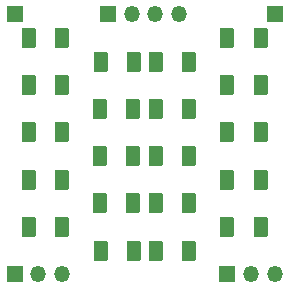
<source format=gbr>
%TF.GenerationSoftware,KiCad,Pcbnew,8.0.3*%
%TF.CreationDate,2024-07-13T20:36:06+02:00*%
%TF.ProjectId,Led Nixie,4c656420-4e69-4786-9965-2e6b69636164,rev?*%
%TF.SameCoordinates,Original*%
%TF.FileFunction,Soldermask,Top*%
%TF.FilePolarity,Negative*%
%FSLAX46Y46*%
G04 Gerber Fmt 4.6, Leading zero omitted, Abs format (unit mm)*
G04 Created by KiCad (PCBNEW 8.0.3) date 2024-07-13 20:36:06*
%MOMM*%
%LPD*%
G01*
G04 APERTURE LIST*
G04 Aperture macros list*
%AMRoundRect*
0 Rectangle with rounded corners*
0 $1 Rounding radius*
0 $2 $3 $4 $5 $6 $7 $8 $9 X,Y pos of 4 corners*
0 Add a 4 corners polygon primitive as box body*
4,1,4,$2,$3,$4,$5,$6,$7,$8,$9,$2,$3,0*
0 Add four circle primitives for the rounded corners*
1,1,$1+$1,$2,$3*
1,1,$1+$1,$4,$5*
1,1,$1+$1,$6,$7*
1,1,$1+$1,$8,$9*
0 Add four rect primitives between the rounded corners*
20,1,$1+$1,$2,$3,$4,$5,0*
20,1,$1+$1,$4,$5,$6,$7,0*
20,1,$1+$1,$6,$7,$8,$9,0*
20,1,$1+$1,$8,$9,$2,$3,0*%
G04 Aperture macros list end*
%ADD10RoundRect,0.250000X-0.375000X-0.625000X0.375000X-0.625000X0.375000X0.625000X-0.375000X0.625000X0*%
%ADD11R,1.350000X1.350000*%
%ADD12O,1.350000X1.350000*%
G04 APERTURE END LIST*
D10*
%TO.C,D12*%
X96200000Y-41000000D03*
X99000000Y-41000000D03*
%TD*%
%TO.C,D10*%
X90200000Y-39000000D03*
X93000000Y-39000000D03*
%TD*%
%TO.C,D6*%
X90200000Y-35000000D03*
X93000000Y-35000000D03*
%TD*%
%TO.C,D4*%
X96250000Y-33000000D03*
X99050000Y-33000000D03*
%TD*%
%TO.C,D7*%
X100950000Y-37000000D03*
X103750000Y-37000000D03*
%TD*%
%TO.C,D16*%
X96200000Y-45000000D03*
X99000000Y-45000000D03*
%TD*%
%TO.C,D2*%
X90200000Y-31000000D03*
X93000000Y-31000000D03*
%TD*%
%TO.C,D15*%
X100950000Y-45000000D03*
X103750000Y-45000000D03*
%TD*%
%TO.C,D18*%
X90200000Y-47000000D03*
X93000000Y-47000000D03*
%TD*%
%TO.C,D5*%
X107000000Y-35000000D03*
X109800000Y-35000000D03*
%TD*%
%TO.C,D13*%
X107000000Y-43000000D03*
X109800000Y-43000000D03*
%TD*%
%TO.C,D8*%
X96200000Y-37000000D03*
X99000000Y-37000000D03*
%TD*%
%TO.C,D3*%
X100950000Y-33000000D03*
X103750000Y-33000000D03*
%TD*%
%TO.C,D14*%
X90200000Y-43000000D03*
X93000000Y-43000000D03*
%TD*%
%TO.C,D19*%
X100950000Y-49000000D03*
X103750000Y-49000000D03*
%TD*%
%TO.C,D17*%
X107000000Y-47000000D03*
X109800000Y-47000000D03*
%TD*%
%TO.C,D11*%
X100950000Y-41000000D03*
X103750000Y-41000000D03*
%TD*%
%TO.C,D20*%
X96250000Y-49000000D03*
X99050000Y-49000000D03*
%TD*%
%TO.C,D1*%
X107000000Y-31000000D03*
X109800000Y-31000000D03*
%TD*%
%TO.C,D9*%
X107000000Y-39000000D03*
X109800000Y-39000000D03*
%TD*%
D11*
%TO.C,J2*%
X107000000Y-51000000D03*
D12*
X109000001Y-51000000D03*
X111000000Y-51000000D03*
%TD*%
D11*
%TO.C,J3*%
X89000000Y-51000000D03*
D12*
X91000001Y-51000000D03*
X93000000Y-51000000D03*
%TD*%
D11*
%TO.C,J4*%
X89000000Y-29000000D03*
%TD*%
%TO.C,J1*%
X96900000Y-29000000D03*
D12*
X98900001Y-29000000D03*
X100900000Y-29000000D03*
X102900000Y-29000000D03*
%TD*%
D11*
%TO.C,J5*%
X111000000Y-29000000D03*
%TD*%
M02*

</source>
